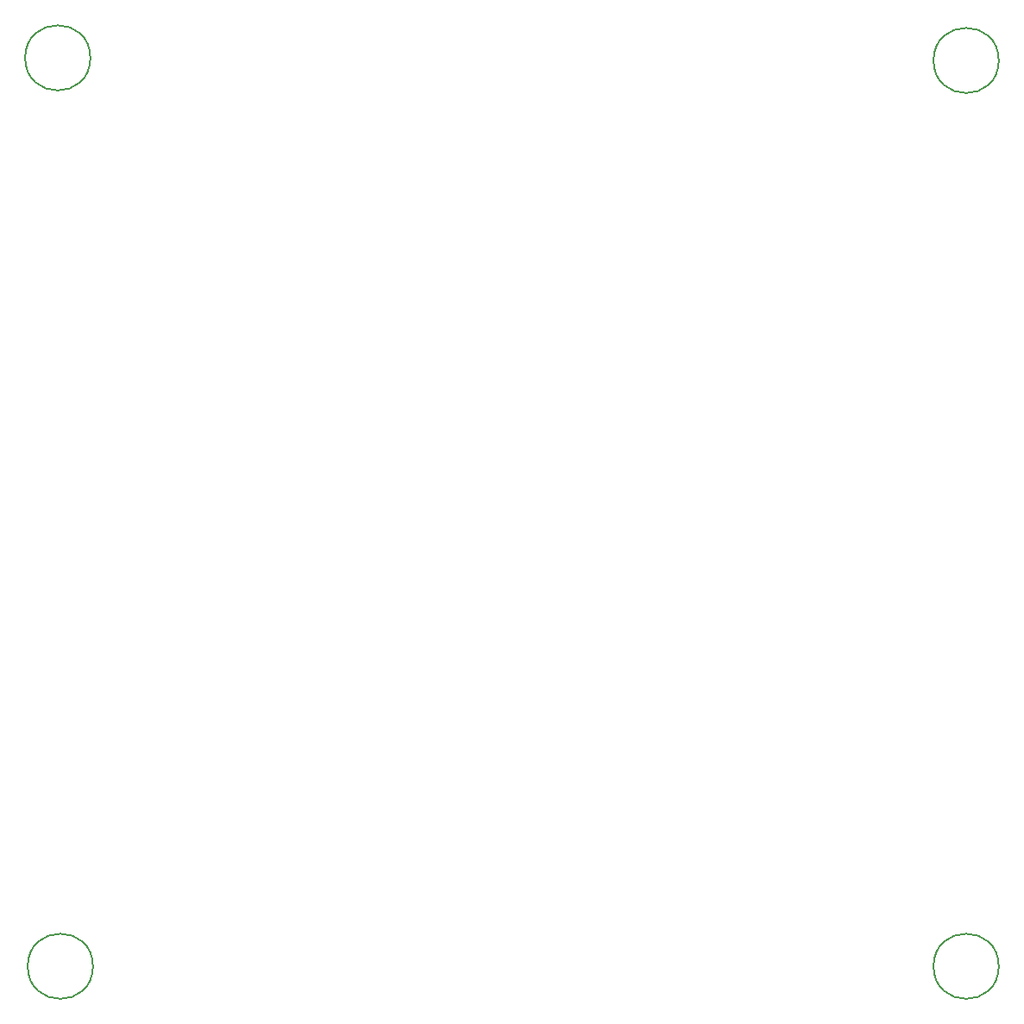
<source format=gbr>
%TF.GenerationSoftware,KiCad,Pcbnew,(6.0.1)*%
%TF.CreationDate,2022-07-29T10:17:08+01:00*%
%TF.ProjectId,testing_board,74657374-696e-4675-9f62-6f6172642e6b,rev?*%
%TF.SameCoordinates,Original*%
%TF.FileFunction,Other,Comment*%
%FSLAX46Y46*%
G04 Gerber Fmt 4.6, Leading zero omitted, Abs format (unit mm)*
G04 Created by KiCad (PCBNEW (6.0.1)) date 2022-07-29 10:17:08*
%MOMM*%
%LPD*%
G01*
G04 APERTURE LIST*
%ADD10C,0.150000*%
G04 APERTURE END LIST*
D10*
%TO.C,REF\u002A\u002A*%
X134010000Y-114300000D02*
G75*
G03*
X134010000Y-114300000I-3200000J0D01*
G01*
X45110000Y-114300000D02*
G75*
G03*
X45110000Y-114300000I-3200000J0D01*
G01*
X134010000Y-25400000D02*
G75*
G03*
X134010000Y-25400000I-3200000J0D01*
G01*
X44856000Y-25146000D02*
G75*
G03*
X44856000Y-25146000I-3200000J0D01*
G01*
%TD*%
M02*

</source>
